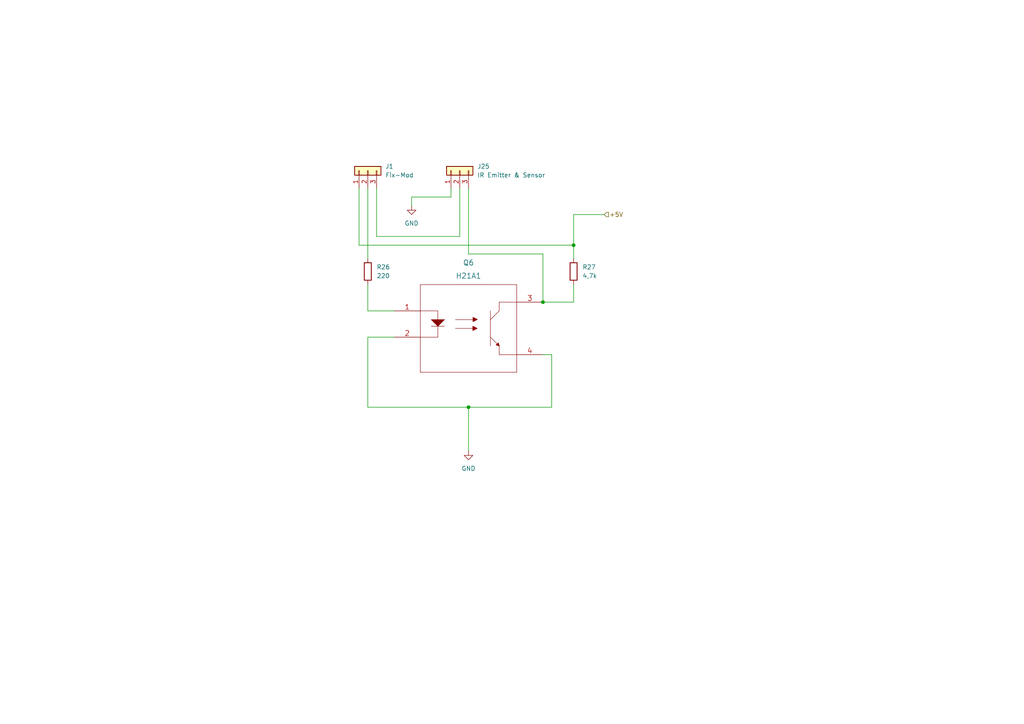
<source format=kicad_sch>
(kicad_sch (version 20211123) (generator eeschema)
  (paper "A4")
  (lib_symbols
    (symbol "Connector_Generic:Conn_01x03" (pin_names (offset 1.016) hide)
      (property "Reference" "J" (at 0 5.08 0))
      (property "Value" "Conn_01x03" (at 0 -5.08 0))
      (symbol "Conn_01x03_1_1"
        (rectangle (start -1.27 -2.413) (end 0 -2.667) (stroke (width 0.1524)))
        (rectangle (start -1.27 0.127) (end 0 -0.127) (stroke (width 0.1524)))
        (rectangle (start -1.27 2.667) (end 0 2.413) (stroke (width 0.1524)))
        (rectangle (start -1.27 3.81) (end 1.27 -3.81) (stroke (width 0.254)) (fill (type background)))
        (pin passive line (at -5.08 2.54 0) (length 3.81) (name "Pin_1") (number "1"))
        (pin passive line (at -5.08 0 0) (length 3.81) (name "Pin_2") (number "2"))
        (pin passive line (at -5.08 -2.54 0) (length 3.81) (name "Pin_3") (number "3"))
      )
    )
    (symbol "Device:R" (pin_numbers hide) (pin_names (offset 0))
      (property "Reference" "R" (at 2.032 0 90))
      (property "Value" "R" (at 0 0 90))
      (symbol "R_0_1"
        (rectangle (start -1.016 -2.54) (end 1.016 2.54) (stroke (width 0.254)))
      )
      (symbol "R_1_1"
        (pin passive line (at 0 3.81 270) (length 1.27) (name "~") (number "1"))
        (pin passive line (at 0 -3.81 90) (length 1.27) (name "~") (number "2"))
      )
    )
    (symbol "GND_1" (power) (pin_names (offset 0))
      (property "Value" "GND_1" (at 0 -3.81 0))
      (symbol "GND_1_0_1"
        (polyline (pts (xy 0 0) (xy 0 -1.27) (xy 1.27 -1.27) (xy 0 -2.54) (xy -1.27 -1.27) (xy 0 -1.27)))
      )
      (symbol "GND_1_1_1"
        (pin power_in line (at 0 0 270) (length 0) hide (name "GND") (number "1"))
      )
    )
    (symbol "Sensor:H21A1" (pin_names (offset 0) hide)
      (property "Reference" "Q" (at 22.86 17.78 0))
      (property "Value" "H21A1" (at 22.86 12.7 0))
      (symbol "H21A1_1_1"
        (polyline (pts (xy 7.62 -17.78) (xy 35.56 -17.78)) (stroke (width 0.127)))
        (polyline (pts (xy 7.62 7.62) (xy 7.62 -17.78)) (stroke (width 0.127)))
        (polyline (pts (xy 10.795 -4.445) (xy 14.605 -4.445)) (stroke (width 0.127)))
        (polyline (pts (xy 12.7 -7.62) (xy 7.62 -7.62)) (stroke (width 0.127)))
        (polyline (pts (xy 12.7 0) (xy 7.62 0)) (stroke (width 0.127)))
        (polyline (pts (xy 12.7 0) (xy 12.7 -7.62)) (stroke (width 0.127)))
        (polyline (pts (xy 17.78 -5.08) (xy 22.86 -5.08)) (stroke (width 0.127)))
        (polyline (pts (xy 17.78 -2.54) (xy 22.86 -2.54)) (stroke (width 0.127)))
        (polyline (pts (xy 27.94 -10.16) (xy 27.94 0)) (stroke (width 0.127)))
        (polyline (pts (xy 27.94 -7.62) (xy 30.48 -10.16)) (stroke (width 0.127)))
        (polyline (pts (xy 30.48 -10.16) (xy 30.48 -12.7)) (stroke (width 0.127)))
        (polyline (pts (xy 30.48 0) (xy 27.94 -2.54)) (stroke (width 0.127)))
        (polyline (pts (xy 30.48 0) (xy 30.48 2.54)) (stroke (width 0.127)))
        (polyline (pts (xy 30.48 2.54) (xy 35.56 2.54)) (stroke (width 0.127)))
        (polyline (pts (xy 35.56 -17.78) (xy 35.56 7.62)) (stroke (width 0.127)))
        (polyline (pts (xy 35.56 -12.7) (xy 30.48 -12.7)) (stroke (width 0.127)))
        (polyline (pts (xy 35.56 7.62) (xy 7.62 7.62)) (stroke (width 0.127)))
        (polyline (pts (xy 24.1046 -5.08) (xy 22.8346 -5.715) (xy 22.8346 -4.445) (xy 24.1046 -5.08)) (fill (type outline)))
        (polyline (pts (xy 24.1554 -2.4892) (xy 22.8854 -3.1242) (xy 22.8854 -1.8542) (xy 24.1554 -2.4892)) (fill (type outline)))
        (polyline (pts (xy 14.605 -2.54) (xy 10.795 -2.54) (xy 12.7 -4.445) (xy 14.605 -2.54) (xy 14.605 -2.54)) (fill (type outline)))
        (polyline (pts (xy 30.4292 -10.16) (xy 29.5656 -9.8806) (xy 30.226 -9.271) (xy 30.5308 -10.16) (xy 30.4292 -10.16)) (fill (type outline)))
        (pin unspecified line (at 0 0 0) (length 7.62) (name "1") (number "1"))
        (pin unspecified line (at 0 -7.62 0) (length 7.62) (name "2") (number "2"))
        (pin unspecified line (at 43.18 2.54 180) (length 7.62) (name "3") (number "3"))
        (pin unspecified line (at 43.18 -12.7 180) (length 7.62) (name "4") (number "4"))
      )
    )
  )
  (junction (at 135.89 118.11))
  (junction (at 157.48 87.63))
  (junction (at 166.37 71.12))
  (wire (pts (xy 119.38 59.69) (xy 119.38 57.15)))
  (wire (pts (xy 106.68 118.11) (xy 106.68 97.79)))
  (wire (pts (xy 135.89 54.61) (xy 135.89 73.66)))
  (wire (pts (xy 160.02 102.87) (xy 160.02 118.11)))
  (wire (pts (xy 166.37 87.63) (xy 157.48 87.63)))
  (wire (pts (xy 166.37 71.12) (xy 166.37 74.93)))
  (wire (pts (xy 135.89 118.11) (xy 106.68 118.11)))
  (wire (pts (xy 135.89 73.66) (xy 157.48 73.66)))
  (wire (pts (xy 104.14 71.12) (xy 104.14 54.61)))
  (wire (pts (xy 157.48 73.66) (xy 157.48 87.63)))
  (wire (pts (xy 135.89 130.81) (xy 135.89 118.11)))
  (wire (pts (xy 160.02 118.11) (xy 135.89 118.11)))
  (wire (pts (xy 133.35 54.61) (xy 133.35 68.58)))
  (wire (pts (xy 106.68 82.55) (xy 106.68 90.17)))
  (wire (pts (xy 106.68 90.17) (xy 114.3 90.17)))
  (wire (pts (xy 109.22 68.58) (xy 133.35 68.58)))
  (wire (pts (xy 166.37 62.23) (xy 166.37 71.12)))
  (wire (pts (xy 106.68 54.61) (xy 106.68 74.93)))
  (wire (pts (xy 106.68 97.79) (xy 114.3 97.79)))
  (wire (pts (xy 166.37 82.55) (xy 166.37 87.63)))
  (wire (pts (xy 157.48 102.87) (xy 160.02 102.87)))
  (wire (pts (xy 119.38 57.15) (xy 130.81 57.15)))
  (wire (pts (xy 175.26 62.23) (xy 166.37 62.23)))
  (wire (pts (xy 130.81 57.15) (xy 130.81 54.61)))
  (wire (pts (xy 104.14 71.12) (xy 166.37 71.12)))
  (wire (pts (xy 109.22 54.61) (xy 109.22 68.58)))
  (hierarchical_label "+5V" (shape input) (at 175.26 62.23 0))
  (symbol (lib_id "Sensor:H21A1") (at 114.3 90.17 0) (unit 1)
    (property "Reference" "Q6" (at 135.89 76.2 0) (effects (font (size 1.524 1.524))))
    (property "Value" "H21A1" (at 135.89 80.01 0) (effects (font (size 1.524 1.524))))
    (property "Footprint" "Sensor:H21A1" (effects hide))
  )
  (symbol (lib_id "Device:R") (at 166.37 78.74 0) (unit 1)
    (property "Reference" "R27" (at 168.91 77.4699 0) (effects (justify left)))
    (property "Value" "4,7k" (at 168.91 80.0099 0) (effects (justify left)))
    (property "Footprint" "Resistor_THT:R_Axial_DIN0207_L6.3mm_D2.5mm_P10.16mm_Horizontal" (effects hide))
  )
  (symbol (lib_name "GND_1") (lib_id "power:GND") (at 135.89 130.81 0) (unit 1)
    (property "Reference" "#PWR0110" (effects hide))
    (property "Value" "GND" (at 135.89 135.89 0))
  )
  (symbol (lib_id "Device:R") (at 106.68 78.74 0) (unit 1)
    (property "Reference" "R26" (at 109.22 77.4699 0) (effects (justify left)))
    (property "Value" "220" (at 109.22 80.0099 0) (effects (justify left)))
    (property "Footprint" "Resistor_THT:R_Axial_DIN0207_L6.3mm_D2.5mm_P10.16mm_Horizontal" (effects hide))
  )
  (symbol (lib_name "GND_1") (lib_id "power:GND") (at 119.38 59.69 0) (unit 1)
    (property "Reference" "#PWR0111" (effects hide))
    (property "Value" "GND" (at 119.38 64.77 0))
  )
  (symbol (lib_id "Connector_Generic:Conn_01x03") (at 133.35 49.53 90) (unit 1)
    (property "Reference" "J25" (at 138.43 48.2599 90) (effects (justify right)))
    (property "Value" "IR Emitter & Sensor" (at 138.43 50.7999 90) (effects (justify right)))
    (property "Footprint" "Connector_PinHeader_2.54mm:PinHeader_1x03_P2.54mm_Vertical" (effects hide))
  )
  (symbol (lib_id "Connector_Generic:Conn_01x03") (at 106.68 49.53 90) (unit 1)
    (property "Reference" "J1" (at 111.76 48.2599 90) (effects (justify right)))
    (property "Value" "Fix-Mod" (at 111.76 50.7999 90) (effects (justify right)))
    (property "Footprint" "Connector_PinHeader_2.54mm:PinHeader_1x03_P2.54mm_Vertical" (effects hide))
  )
)
</source>
